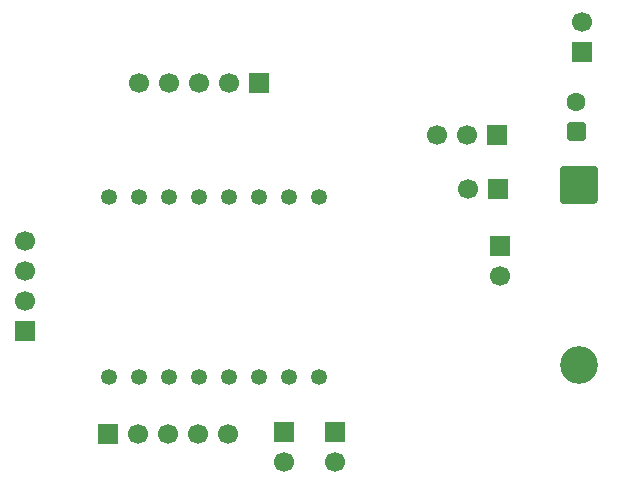
<source format=gtl>
G04 #@! TF.GenerationSoftware,KiCad,Pcbnew,9.0.7*
G04 #@! TF.CreationDate,2026-02-17T18:12:50-06:00*
G04 #@! TF.ProjectId,CNC_Coolant_Pump_Control,434e435f-436f-46f6-9c61-6e745f50756d,rev?*
G04 #@! TF.SameCoordinates,PX3750280PY66ff300*
G04 #@! TF.FileFunction,Copper,L1,Top*
G04 #@! TF.FilePolarity,Positive*
%FSLAX46Y46*%
G04 Gerber Fmt 4.6, Leading zero omitted, Abs format (unit mm)*
G04 Created by KiCad (PCBNEW 9.0.7) date 2026-02-17 18:12:50*
%MOMM*%
%LPD*%
G01*
G04 APERTURE LIST*
G04 #@! TA.AperFunction,ComponentPad*
%ADD10C,1.600000*%
G04 #@! TD*
G04 #@! TA.AperFunction,ComponentPad*
%ADD11R,1.700000X1.700000*%
G04 #@! TD*
G04 #@! TA.AperFunction,ComponentPad*
%ADD12C,1.700000*%
G04 #@! TD*
G04 #@! TA.AperFunction,ComponentPad*
%ADD13C,3.200000*%
G04 #@! TD*
G04 #@! TA.AperFunction,ComponentPad*
%ADD14C,1.348000*%
G04 #@! TD*
G04 APERTURE END LIST*
G04 #@! TA.AperFunction,ComponentPad*
G36*
G01*
X54550000Y33900000D02*
X53450000Y33900000D01*
G75*
G02*
X53200000Y34150000I0J250000D01*
G01*
X53200000Y35250000D01*
G75*
G02*
X53450000Y35500000I250000J0D01*
G01*
X54550000Y35500000D01*
G75*
G02*
X54800000Y35250000I0J-250000D01*
G01*
X54800000Y34150000D01*
G75*
G02*
X54550000Y33900000I-250000J0D01*
G01*
G37*
G04 #@! TD.AperFunction*
D10*
X54000000Y37200000D03*
D11*
X29200000Y9240000D03*
D12*
X29200000Y6700000D03*
D11*
X33600000Y9212500D03*
D12*
X33600000Y6672500D03*
G04 #@! TA.AperFunction,ComponentPad*
G36*
G01*
X52850000Y31770000D02*
X55550000Y31770000D01*
G75*
G02*
X55800000Y31520000I0J-250000D01*
G01*
X55800000Y28820000D01*
G75*
G02*
X55550000Y28570000I-250000J0D01*
G01*
X52850000Y28570000D01*
G75*
G02*
X52600000Y28820000I0J250000D01*
G01*
X52600000Y31520000D01*
G75*
G02*
X52850000Y31770000I250000J0D01*
G01*
G37*
G04 #@! TD.AperFunction*
D13*
X54200000Y14930000D03*
D11*
X47400000Y29830000D03*
D12*
X44860000Y29830000D03*
D14*
X32240000Y29130000D03*
X29700000Y29130000D03*
X27160000Y29130000D03*
X24620000Y29130000D03*
X19540000Y29130000D03*
X22080000Y29130000D03*
X14460000Y13890000D03*
X14460000Y29130000D03*
X17000000Y13890000D03*
X19540000Y13890000D03*
X22080000Y13890000D03*
X24620000Y13890000D03*
X27160000Y13890000D03*
X29700000Y13890000D03*
X32240000Y13890000D03*
X17000000Y29130000D03*
D11*
X47300000Y34430000D03*
D12*
X44760000Y34430000D03*
X42220000Y34430000D03*
D11*
X27100000Y38800000D03*
D12*
X24560000Y38800000D03*
X22020000Y38800000D03*
X19480000Y38800000D03*
X16940000Y38800000D03*
D11*
X47500000Y25005000D03*
D12*
X47500000Y22465000D03*
D11*
X54500000Y41460000D03*
D12*
X54500000Y44000000D03*
D11*
X7300000Y17820000D03*
D12*
X7300000Y20360000D03*
X7300000Y22900000D03*
X7300000Y25440000D03*
D11*
X14340000Y9100000D03*
D12*
X16880000Y9100000D03*
X19420000Y9100000D03*
X21960000Y9100000D03*
X24500000Y9100000D03*
M02*

</source>
